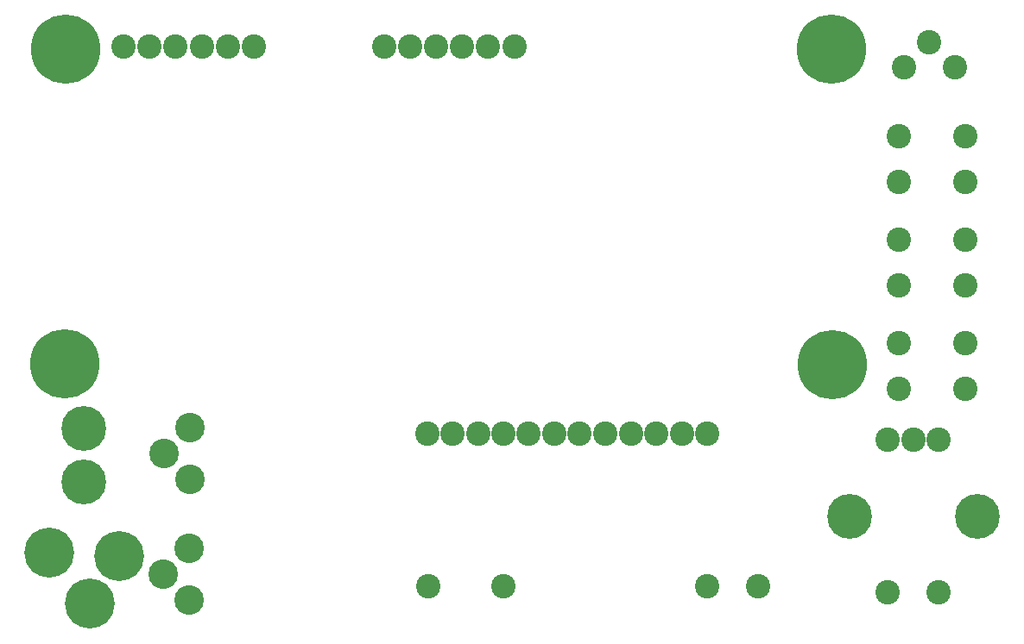
<source format=gbr>
%FSLAX34Y34*%
%MOMM*%
%LNSOLDERMASK_TOP*%
G71*
G01*
%ADD10C, 4.90*%
%ADD11C, 2.40*%
%ADD12C, 4.40*%
%ADD13C, 2.90*%
%ADD14C, 4.40*%
%ADD15C, 6.80*%
%ADD16C, 1.00*%
%LPD*%
X97020Y78004D02*
G54D10*
D03*
X28758Y81179D02*
G54D10*
D03*
X673900Y198563D02*
G54D11*
D03*
X648900Y198562D02*
G54D11*
D03*
X623900Y198562D02*
G54D11*
D03*
X498900Y198562D02*
G54D11*
D03*
X473900Y198562D02*
G54D11*
D03*
X473900Y48562D02*
G54D11*
D03*
X673900Y48562D02*
G54D11*
D03*
X723900Y48562D02*
G54D11*
D03*
X62845Y151107D02*
G54D12*
D03*
X62845Y203107D02*
G54D12*
D03*
X598891Y198562D02*
G54D11*
D03*
X573888Y198562D02*
G54D11*
D03*
X548488Y198562D02*
G54D11*
D03*
X524278Y198562D02*
G54D11*
D03*
X424288Y198166D02*
G54D11*
D03*
X399288Y198165D02*
G54D11*
D03*
X449666Y198166D02*
G54D11*
D03*
X400082Y48562D02*
G54D11*
D03*
X927100Y287462D02*
G54D11*
D03*
X862100Y287462D02*
G54D11*
D03*
X862100Y242462D02*
G54D11*
D03*
X927100Y242462D02*
G54D11*
D03*
X927100Y490662D02*
G54D11*
D03*
X862100Y490662D02*
G54D11*
D03*
X862100Y445662D02*
G54D11*
D03*
X927100Y445662D02*
G54D11*
D03*
X68786Y31168D02*
G54D10*
D03*
X891778Y582591D02*
G54D11*
D03*
X866778Y557591D02*
G54D11*
D03*
X916778Y557590D02*
G54D11*
D03*
X166866Y204093D02*
G54D13*
D03*
X141466Y178693D02*
G54D13*
D03*
X166866Y153293D02*
G54D13*
D03*
X900900Y192212D02*
G54D11*
D03*
X850900Y192212D02*
G54D11*
D03*
X875900Y192212D02*
G54D11*
D03*
X900900Y42212D02*
G54D11*
D03*
X850900Y42212D02*
G54D11*
D03*
X938400Y117212D02*
G54D14*
D03*
X813400Y117212D02*
G54D14*
D03*
X927100Y389062D02*
G54D11*
D03*
X862100Y389062D02*
G54D11*
D03*
X862100Y344062D02*
G54D11*
D03*
X927100Y344062D02*
G54D11*
D03*
X165675Y85428D02*
G54D13*
D03*
X140275Y60028D02*
G54D13*
D03*
X165675Y34628D02*
G54D13*
D03*
X101049Y578179D02*
G54D11*
D03*
X126449Y578180D02*
G54D11*
D03*
X151849Y578180D02*
G54D11*
D03*
X178440Y578180D02*
G54D11*
D03*
X203840Y578179D02*
G54D11*
D03*
X229240Y578180D02*
G54D11*
D03*
X357034Y578180D02*
G54D11*
D03*
X382434Y578180D02*
G54D11*
D03*
X407834Y578180D02*
G54D11*
D03*
X433234Y578180D02*
G54D11*
D03*
X458634Y578179D02*
G54D11*
D03*
X485224Y578179D02*
G54D11*
D03*
X796131Y265510D02*
G54D15*
D03*
X820131Y265510D02*
G54D16*
D03*
X813102Y248539D02*
G54D16*
D03*
X796131Y241510D02*
G54D16*
D03*
X779161Y248539D02*
G54D16*
D03*
X772131Y265510D02*
G54D16*
D03*
X779161Y282480D02*
G54D16*
D03*
X796131Y289510D02*
G54D16*
D03*
X813102Y282480D02*
G54D16*
D03*
X795338Y575469D02*
G54D15*
D03*
X819338Y575469D02*
G54D16*
D03*
X812308Y558498D02*
G54D16*
D03*
X795338Y551469D02*
G54D16*
D03*
X778367Y558498D02*
G54D16*
D03*
X771338Y575469D02*
G54D16*
D03*
X778367Y592440D02*
G54D16*
D03*
X795338Y599469D02*
G54D16*
D03*
X812308Y592440D02*
G54D16*
D03*
X44450Y575469D02*
G54D15*
D03*
X68450Y575469D02*
G54D16*
D03*
X61421Y558498D02*
G54D16*
D03*
X44450Y551469D02*
G54D16*
D03*
X27480Y558498D02*
G54D16*
D03*
X20450Y575469D02*
G54D16*
D03*
X27480Y592440D02*
G54D16*
D03*
X44450Y599469D02*
G54D16*
D03*
X61421Y592440D02*
G54D16*
D03*
X44053Y267097D02*
G54D15*
D03*
X68053Y267097D02*
G54D16*
D03*
X61024Y250127D02*
G54D16*
D03*
X44053Y243097D02*
G54D16*
D03*
X27083Y250127D02*
G54D16*
D03*
X20053Y267097D02*
G54D16*
D03*
X27083Y284068D02*
G54D16*
D03*
X44053Y291097D02*
G54D16*
D03*
X61024Y284068D02*
G54D16*
D03*
M02*

</source>
